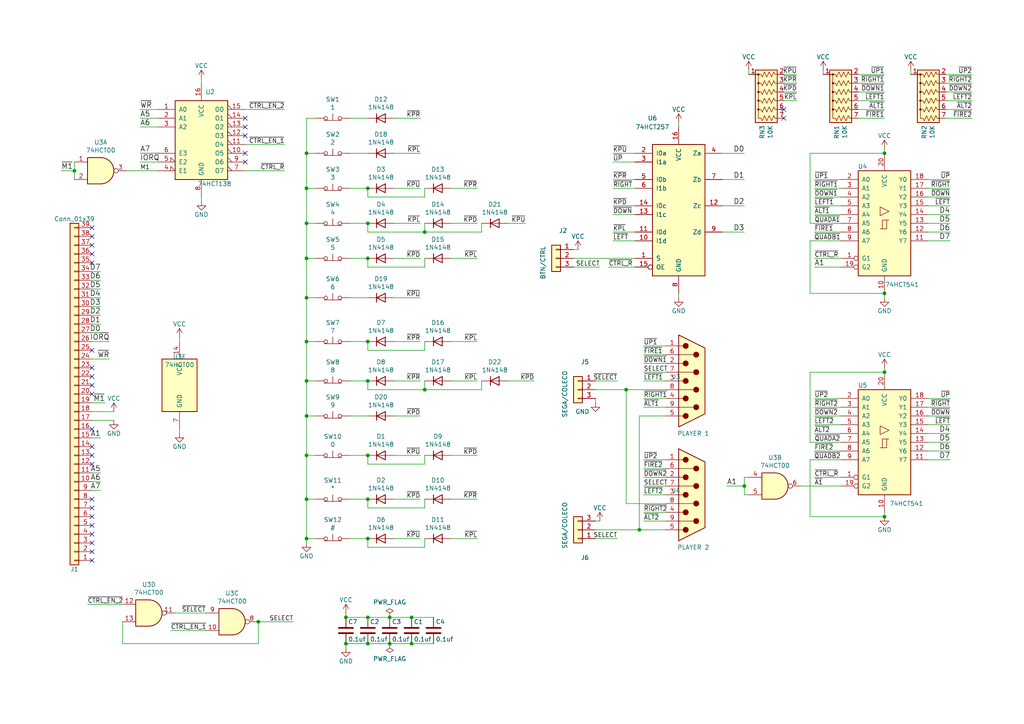
<source format=kicad_sch>
(kicad_sch (version 20211123) (generator eeschema)
  (paper "A4")
  (title_block (title "Game Controller Interface for RC2014") (date "2020-09-24") (rev "REV4") (company "J.B. Langston") (comment 1 "https://github.com/jblang/GameController"))
  (junction (at 113.03 186.69))
  (junction (at 119.38 186.69))
  (junction (at 106.68 64.77))
  (junction (at 88.9 74.93))
  (junction (at 123.19 113.03))
  (junction (at 123.19 67.31))
  (junction (at 88.9 132.08))
  (junction (at 88.9 99.06))
  (junction (at 106.68 186.69))
  (junction (at 100.33 186.69))
  (junction (at 181.61 113.03))
  (junction (at 119.38 179.07))
  (junction (at 88.9 120.65))
  (junction (at 88.9 64.77))
  (junction (at 106.68 54.61))
  (junction (at 106.68 144.78))
  (junction (at 88.9 156.21))
  (junction (at 256.54 85.09))
  (junction (at 100.33 179.07))
  (junction (at 88.9 86.36))
  (junction (at 88.9 110.49))
  (junction (at 106.68 179.07))
  (junction (at 21.59 49.53))
  (junction (at 106.68 132.08))
  (junction (at 256.54 44.45))
  (junction (at 256.54 149.86))
  (junction (at 106.68 74.93))
  (junction (at 88.9 44.45))
  (junction (at 88.9 54.61))
  (junction (at 113.03 179.07))
  (junction (at 106.68 156.21))
  (junction (at 185.42 153.67))
  (junction (at 74.93 180.34))
  (junction (at 106.68 99.06))
  (junction (at 256.54 107.95))
  (junction (at 88.9 144.78))
  (junction (at 215.9 140.97))
  (junction (at 106.68 110.49))
  (no_connect (at 71.12 44.45))
  (no_connect (at 26.67 109.22))
  (no_connect (at 26.67 154.94))
  (no_connect (at 26.67 149.86))
  (no_connect (at 26.67 157.48))
  (no_connect (at 26.67 101.6))
  (no_connect (at 26.67 66.04))
  (no_connect (at 26.67 114.3))
  (no_connect (at 26.67 106.68))
  (no_connect (at 26.67 162.56))
  (no_connect (at 26.67 71.12))
  (no_connect (at 26.67 160.02))
  (no_connect (at 26.67 132.08))
  (no_connect (at 71.12 36.83))
  (no_connect (at 26.67 152.4))
  (no_connect (at 26.67 111.76))
  (no_connect (at 227.33 31.75))
  (no_connect (at 26.67 134.62))
  (no_connect (at 26.67 73.66))
  (no_connect (at 26.67 76.2))
  (no_connect (at 227.33 34.29))
  (no_connect (at 26.67 124.46))
  (no_connect (at 71.12 34.29))
  (no_connect (at 26.67 144.78))
  (no_connect (at 26.67 129.54))
  (no_connect (at 71.12 39.37))
  (no_connect (at 26.67 68.58))
  (no_connect (at 26.67 147.32))
  (no_connect (at 71.12 46.99))
  (wire (pts (xy 172.72 113.03) (xy 181.61 113.03)))
  (wire (pts (xy 71.12 41.91) (xy 82.55 41.91)))
  (wire (pts (xy 88.9 132.08) (xy 88.9 144.78)))
  (wire (pts (xy 185.42 153.67) (xy 185.42 120.65)))
  (wire (pts (xy 185.42 120.65) (xy 193.04 120.65)))
  (wire (pts (xy 123.19 67.31) (xy 106.68 67.31)))
  (wire (pts (xy 139.7 67.31) (xy 139.7 64.77)))
  (wire (pts (xy 114.3 132.08) (xy 121.92 132.08)))
  (wire (pts (xy 26.67 99.06) (xy 31.75 99.06)))
  (wire (pts (xy 177.8 69.85) (xy 184.15 69.85)))
  (wire (pts (xy 236.22 62.23) (xy 243.84 62.23)))
  (wire (pts (xy 88.9 120.65) (xy 88.9 132.08)))
  (wire (pts (xy 26.67 93.98) (xy 29.21 93.98)))
  (wire (pts (xy 236.22 77.47) (xy 243.84 77.47)))
  (wire (pts (xy 26.67 96.52) (xy 29.21 96.52)))
  (wire (pts (xy 113.03 186.69) (xy 119.38 186.69)))
  (wire (pts (xy 26.67 139.7) (xy 29.21 139.7)))
  (wire (pts (xy 166.37 74.93) (xy 184.15 74.93)))
  (wire (pts (xy 106.68 158.75) (xy 123.19 158.75)))
  (wire (pts (xy 35.56 180.34) (xy 35.56 186.69)))
  (wire (pts (xy 234.95 133.35) (xy 243.84 133.35)))
  (wire (pts (xy 26.67 91.44) (xy 29.21 91.44)))
  (wire (pts (xy 227.33 24.13) (xy 231.14 24.13)))
  (wire (pts (xy 106.68 113.03) (xy 123.19 113.03)))
  (wire (pts (xy 130.81 132.08) (xy 138.43 132.08)))
  (wire (pts (xy 100.33 179.07) (xy 100.33 177.8)))
  (wire (pts (xy 196.85 36.83) (xy 196.85 35.56)))
  (wire (pts (xy 113.03 179.07) (xy 119.38 179.07)))
  (wire (pts (xy 130.81 144.78) (xy 138.43 144.78)))
  (wire (pts (xy 114.3 144.78) (xy 121.92 144.78)))
  (wire (pts (xy 130.81 110.49) (xy 138.43 110.49)))
  (wire (pts (xy 101.6 34.29) (xy 106.68 34.29)))
  (wire (pts (xy 186.69 143.51) (xy 193.04 143.51)))
  (wire (pts (xy 101.6 44.45) (xy 106.68 44.45)))
  (wire (pts (xy 123.19 57.15) (xy 123.19 54.61)))
  (wire (pts (xy 26.67 88.9) (xy 29.21 88.9)))
  (wire (pts (xy 248.92 31.75) (xy 256.54 31.75)))
  (wire (pts (xy 274.32 29.21) (xy 281.94 29.21)))
  (wire (pts (xy 269.24 59.69) (xy 275.59 59.69)))
  (wire (pts (xy 101.6 54.61) (xy 106.68 54.61)))
  (wire (pts (xy 123.19 77.47) (xy 123.19 74.93)))
  (wire (pts (xy 209.55 52.07) (xy 215.9 52.07)))
  (wire (pts (xy 269.24 128.27) (xy 275.59 128.27)))
  (wire (pts (xy 177.8 52.07) (xy 184.15 52.07)))
  (wire (pts (xy 106.68 99.06) (xy 106.68 101.6)))
  (wire (pts (xy 209.55 44.45) (xy 215.9 44.45)))
  (wire (pts (xy 215.9 143.51) (xy 217.17 143.51)))
  (wire (pts (xy 101.6 132.08) (xy 106.68 132.08)))
  (wire (pts (xy 52.07 125.73) (xy 52.07 124.46)))
  (wire (pts (xy 248.92 34.29) (xy 256.54 34.29)))
  (wire (pts (xy 101.6 99.06) (xy 106.68 99.06)))
  (wire (pts (xy 26.67 104.14) (xy 31.75 104.14)))
  (wire (pts (xy 26.67 81.28) (xy 29.21 81.28)))
  (wire (pts (xy 186.69 100.33) (xy 193.04 100.33)))
  (wire (pts (xy 21.59 49.53) (xy 21.59 52.07)))
  (wire (pts (xy 40.64 34.29) (xy 45.72 34.29)))
  (wire (pts (xy 176.53 77.47) (xy 184.15 77.47)))
  (wire (pts (xy 114.3 99.06) (xy 121.92 99.06)))
  (wire (pts (xy 236.22 52.07) (xy 243.84 52.07)))
  (wire (pts (xy 186.69 115.57) (xy 193.04 115.57)))
  (wire (pts (xy 217.17 20.32) (xy 217.17 21.59)))
  (wire (pts (xy 139.7 113.03) (xy 139.7 110.49)))
  (wire (pts (xy 40.64 31.75) (xy 45.72 31.75)))
  (wire (pts (xy 101.6 74.93) (xy 106.68 74.93)))
  (wire (pts (xy 269.24 57.15) (xy 275.59 57.15)))
  (wire (pts (xy 177.8 54.61) (xy 184.15 54.61)))
  (wire (pts (xy 106.68 67.31) (xy 106.68 64.77)))
  (wire (pts (xy 21.59 46.99) (xy 21.59 49.53)))
  (wire (pts (xy 172.72 110.49) (xy 179.07 110.49)))
  (wire (pts (xy 234.95 128.27) (xy 234.95 107.95)))
  (wire (pts (xy 91.44 34.29) (xy 88.9 34.29)))
  (wire (pts (xy 186.69 151.13) (xy 193.04 151.13)))
  (wire (pts (xy 210.82 140.97) (xy 215.9 140.97)))
  (wire (pts (xy 234.95 69.85) (xy 243.84 69.85)))
  (wire (pts (xy 26.67 127) (xy 29.21 127)))
  (wire (pts (xy 123.19 158.75) (xy 123.19 156.21)))
  (wire (pts (xy 232.41 140.97) (xy 243.84 140.97)))
  (wire (pts (xy 114.3 120.65) (xy 121.92 120.65)))
  (wire (pts (xy 248.92 21.59) (xy 256.54 21.59)))
  (wire (pts (xy 256.54 44.45) (xy 256.54 43.18)))
  (wire (pts (xy 50.8 177.8) (xy 59.69 177.8)))
  (wire (pts (xy 269.24 64.77) (xy 275.59 64.77)))
  (wire (pts (xy 172.72 116.84) (xy 172.72 115.57)))
  (wire (pts (xy 26.67 142.24) (xy 29.21 142.24)))
  (wire (pts (xy 91.44 86.36) (xy 88.9 86.36)))
  (wire (pts (xy 101.6 110.49) (xy 106.68 110.49)))
  (wire (pts (xy 40.64 44.45) (xy 45.72 44.45)))
  (wire (pts (xy 236.22 54.61) (xy 243.84 54.61)))
  (wire (pts (xy 106.68 179.07) (xy 113.03 179.07)))
  (wire (pts (xy 123.19 113.03) (xy 139.7 113.03)))
  (wire (pts (xy 123.19 134.62) (xy 123.19 132.08)))
  (wire (pts (xy 181.61 146.05) (xy 193.04 146.05)))
  (wire (pts (xy 269.24 120.65) (xy 275.59 120.65)))
  (wire (pts (xy 130.81 54.61) (xy 138.43 54.61)))
  (wire (pts (xy 234.95 149.86) (xy 256.54 149.86)))
  (wire (pts (xy 106.68 186.69) (xy 113.03 186.69)))
  (wire (pts (xy 91.44 64.77) (xy 88.9 64.77)))
  (wire (pts (xy 91.44 44.45) (xy 88.9 44.45)))
  (wire (pts (xy 71.12 31.75) (xy 82.55 31.75)))
  (wire (pts (xy 114.3 74.93) (xy 121.92 74.93)))
  (wire (pts (xy 123.19 113.03) (xy 123.19 110.49)))
  (wire (pts (xy 215.9 138.43) (xy 215.9 140.97)))
  (wire (pts (xy 114.3 156.21) (xy 121.92 156.21)))
  (wire (pts (xy 88.9 144.78) (xy 88.9 156.21)))
  (wire (pts (xy 186.69 135.89) (xy 193.04 135.89)))
  (wire (pts (xy 119.38 186.69) (xy 125.73 186.69)))
  (wire (pts (xy 91.44 144.78) (xy 88.9 144.78)))
  (wire (pts (xy 243.84 64.77) (xy 234.95 64.77)))
  (wire (pts (xy 100.33 179.07) (xy 106.68 179.07)))
  (wire (pts (xy 91.44 54.61) (xy 88.9 54.61)))
  (wire (pts (xy 106.68 132.08) (xy 106.68 134.62)))
  (wire (pts (xy 130.81 74.93) (xy 138.43 74.93)))
  (wire (pts (xy 256.54 149.86) (xy 256.54 148.59)))
  (wire (pts (xy 274.32 34.29) (xy 281.94 34.29)))
  (wire (pts (xy 88.9 54.61) (xy 88.9 64.77)))
  (wire (pts (xy 236.22 123.19) (xy 243.84 123.19)))
  (wire (pts (xy 101.6 86.36) (xy 106.68 86.36)))
  (wire (pts (xy 172.72 153.67) (xy 185.42 153.67)))
  (wire (pts (xy 88.9 74.93) (xy 91.44 74.93)))
  (wire (pts (xy 123.19 67.31) (xy 123.19 64.77)))
  (wire (pts (xy 238.76 20.32) (xy 238.76 21.59)))
  (wire (pts (xy 234.95 44.45) (xy 256.54 44.45)))
  (wire (pts (xy 130.81 156.21) (xy 138.43 156.21)))
  (wire (pts (xy 114.3 34.29) (xy 121.92 34.29)))
  (wire (pts (xy 269.24 118.11) (xy 275.59 118.11)))
  (wire (pts (xy 234.95 64.77) (xy 234.95 44.45)))
  (wire (pts (xy 26.67 119.38) (xy 33.02 119.38)))
  (wire (pts (xy 106.68 110.49) (xy 106.68 113.03)))
  (wire (pts (xy 209.55 67.31) (xy 215.9 67.31)))
  (wire (pts (xy 123.19 101.6) (xy 123.19 99.06)))
  (wire (pts (xy 100.33 186.69) (xy 106.68 186.69)))
  (wire (pts (xy 17.78 49.53) (xy 21.59 49.53)))
  (wire (pts (xy 106.68 134.62) (xy 123.19 134.62)))
  (wire (pts (xy 227.33 26.67) (xy 231.14 26.67)))
  (wire (pts (xy 177.8 46.99) (xy 184.15 46.99)))
  (wire (pts (xy 172.72 151.13) (xy 173.99 151.13)))
  (wire (pts (xy 91.44 156.21) (xy 88.9 156.21)))
  (wire (pts (xy 227.33 29.21) (xy 231.14 29.21)))
  (wire (pts (xy 58.42 58.42) (xy 58.42 57.15)))
  (wire (pts (xy 147.32 110.49) (xy 154.94 110.49)))
  (wire (pts (xy 35.56 175.26) (xy 25.4 175.26)))
  (wire (pts (xy 166.37 77.47) (xy 173.99 77.47)))
  (wire (pts (xy 101.6 144.78) (xy 106.68 144.78)))
  (wire (pts (xy 123.19 67.31) (xy 139.7 67.31)))
  (wire (pts (xy 130.81 64.77) (xy 138.43 64.77)))
  (wire (pts (xy 88.9 99.06) (xy 88.9 110.49)))
  (wire (pts (xy 106.68 74.93) (xy 106.68 77.47)))
  (wire (pts (xy 88.9 120.65) (xy 91.44 120.65)))
  (wire (pts (xy 269.24 67.31) (xy 275.59 67.31)))
  (wire (pts (xy 269.24 115.57) (xy 275.59 115.57)))
  (wire (pts (xy 101.6 64.77) (xy 106.68 64.77)))
  (wire (pts (xy 106.68 156.21) (xy 106.68 158.75)))
  (wire (pts (xy 130.81 99.06) (xy 138.43 99.06)))
  (wire (pts (xy 167.64 72.39) (xy 166.37 72.39)))
  (wire (pts (xy 123.19 147.32) (xy 123.19 144.78)))
  (wire (pts (xy 26.67 86.36) (xy 29.21 86.36)))
  (wire (pts (xy 264.16 21.59) (xy 264.16 20.32)))
  (wire (pts (xy 88.9 44.45) (xy 88.9 54.61)))
  (wire (pts (xy 74.93 186.69) (xy 74.93 180.34)))
  (wire (pts (xy 88.9 34.29) (xy 88.9 44.45)))
  (wire (pts (xy 227.33 21.59) (xy 231.14 21.59)))
  (wire (pts (xy 88.9 64.77) (xy 88.9 74.93)))
  (wire (pts (xy 236.22 138.43) (xy 243.84 138.43)))
  (wire (pts (xy 52.07 99.06) (xy 52.07 97.79)))
  (wire (pts (xy 274.32 24.13) (xy 281.94 24.13)))
  (wire (pts (xy 209.55 59.69) (xy 215.9 59.69)))
  (wire (pts (xy 91.44 99.06) (xy 88.9 99.06)))
  (wire (pts (xy 274.32 21.59) (xy 281.94 21.59)))
  (wire (pts (xy 248.92 29.21) (xy 256.54 29.21)))
  (wire (pts (xy 186.69 107.95) (xy 193.04 107.95)))
  (wire (pts (xy 234.95 133.35) (xy 234.95 149.86)))
  (wire (pts (xy 114.3 110.49) (xy 121.92 110.49)))
  (wire (pts (xy 186.69 110.49) (xy 193.04 110.49)))
  (wire (pts (xy 114.3 86.36) (xy 121.92 86.36)))
  (wire (pts (xy 88.9 110.49) (xy 88.9 120.65)))
  (wire (pts (xy 74.93 180.34) (xy 85.09 180.34)))
  (wire (pts (xy 269.24 133.35) (xy 275.59 133.35)))
  (wire (pts (xy 49.53 182.88) (xy 59.69 182.88)))
  (wire (pts (xy 181.61 113.03) (xy 193.04 113.03)))
  (wire (pts (xy 186.69 118.11) (xy 193.04 118.11)))
  (wire (pts (xy 114.3 54.61) (xy 121.92 54.61)))
  (wire (pts (xy 119.38 179.07) (xy 125.73 179.07)))
  (wire (pts (xy 248.92 26.67) (xy 256.54 26.67)))
  (wire (pts (xy 71.12 49.53) (xy 82.55 49.53)))
  (wire (pts (xy 236.22 125.73) (xy 243.84 125.73)))
  (wire (pts (xy 234.95 85.09) (xy 256.54 85.09)))
  (wire (pts (xy 196.85 85.09) (xy 196.85 86.36)))
  (wire (pts (xy 269.24 62.23) (xy 275.59 62.23)))
  (wire (pts (xy 91.44 132.08) (xy 88.9 132.08)))
  (wire (pts (xy 186.69 148.59) (xy 193.04 148.59)))
  (wire (pts (xy 177.8 44.45) (xy 184.15 44.45)))
  (wire (pts (xy 186.69 102.87) (xy 193.04 102.87)))
  (wire (pts (xy 243.84 128.27) (xy 234.95 128.27)))
  (wire (pts (xy 269.24 130.81) (xy 275.59 130.81)))
  (wire (pts (xy 236.22 118.11) (xy 243.84 118.11)))
  (wire (pts (xy 215.9 140.97) (xy 215.9 143.51)))
  (wire (pts (xy 101.6 156.21) (xy 106.68 156.21)))
  (wire (pts (xy 88.9 74.93) (xy 88.9 86.36)))
  (wire (pts (xy 177.8 62.23) (xy 184.15 62.23)))
  (wire (pts (xy 114.3 44.45) (xy 121.92 44.45)))
  (wire (pts (xy 256.54 107.95) (xy 256.54 106.68)))
  (wire (pts (xy 106.68 54.61) (xy 106.68 57.15)))
  (wire (pts (xy 269.24 52.07) (xy 275.59 52.07)))
  (wire (pts (xy 236.22 59.69) (xy 243.84 59.69)))
  (wire (pts (xy 26.67 116.84) (xy 30.48 116.84)))
  (wire (pts (xy 236.22 120.65) (xy 243.84 120.65)))
  (wire (pts (xy 269.24 54.61) (xy 275.59 54.61)))
  (wire (pts (xy 26.67 137.16) (xy 29.21 137.16)))
  (wire (pts (xy 269.24 69.85) (xy 275.59 69.85)))
  (wire (pts (xy 26.67 121.92) (xy 33.02 121.92)))
  (wire (pts (xy 106.68 144.78) (xy 106.68 147.32)))
  (wire (pts (xy 101.6 120.65) (xy 106.68 120.65)))
  (wire (pts (xy 40.64 36.83) (xy 45.72 36.83)))
  (wire (pts (xy 186.69 105.41) (xy 193.04 105.41)))
  (wire (pts (xy 236.22 57.15) (xy 243.84 57.15)))
  (wire (pts (xy 88.9 86.36) (xy 88.9 99.06)))
  (wire (pts (xy 217.17 138.43) (xy 215.9 138.43)))
  (wire (pts (xy 186.69 140.97) (xy 193.04 140.97)))
  (wire (pts (xy 100.33 186.69) (xy 100.33 187.96)))
  (wire (pts (xy 177.8 59.69) (xy 184.15 59.69)))
  (wire (pts (xy 181.61 113.03) (xy 181.61 146.05)))
  (wire (pts (xy 91.44 110.49) (xy 88.9 110.49)))
  (wire (pts (xy 269.24 123.19) (xy 275.59 123.19)))
  (wire (pts (xy 106.68 57.15) (xy 123.19 57.15)))
  (wire (pts (xy 45.72 46.99) (xy 40.64 46.99)))
  (wire (pts (xy 106.68 77.47) (xy 123.19 77.47)))
  (wire (pts (xy 186.69 133.35) (xy 193.04 133.35)))
  (wire (pts (xy 106.68 147.32) (xy 123.19 147.32)))
  (wire (pts (xy 114.3 64.77) (xy 121.92 64.77)))
  (wire (pts (xy 179.07 156.21) (xy 172.72 156.21)))
  (wire (pts (xy 88.9 157.48) (xy 88.9 156.21)))
  (wire (pts (xy 274.32 26.67) (xy 281.94 26.67)))
  (wire (pts (xy 177.8 67.31) (xy 184.15 67.31)))
  (wire (pts (xy 36.83 49.53) (xy 45.72 49.53)))
  (wire (pts (xy 106.68 101.6) (xy 123.19 101.6)))
  (wire (pts (xy 236.22 115.57) (xy 243.84 115.57)))
  (wire (pts (xy 26.67 78.74) (xy 29.21 78.74)))
  (wire (pts (xy 256.54 85.09) (xy 256.54 86.36)))
  (wire (pts (xy 186.69 138.43) (xy 193.04 138.43)))
  (wire (pts (xy 274.32 31.75) (xy 281.94 31.75)))
  (wire (pts (xy 234.95 107.95) (xy 256.54 107.95)))
  (wire (pts (xy 248.92 24.13) (xy 256.54 24.13)))
  (wire (pts (xy 147.32 64.77) (xy 152.4 64.77)))
  (wire (pts (xy 234.95 69.85) (xy 234.95 85.09)))
  (wire (pts (xy 26.67 83.82) (xy 29.21 83.82)))
  (wire (pts (xy 236.22 74.93) (xy 243.84 74.93)))
  (wire (pts (xy 58.42 24.13) (xy 58.42 22.86)))
  (wire (pts (xy 269.24 125.73) (xy 275.59 125.73)))
  (wire (pts (xy 236.22 67.31) (xy 243.84 67.31)))
  (wire (pts (xy 35.56 186.69) (xy 74.93 186.69)))
  (wire (pts (xy 236.22 130.81) (xy 243.84 130.81)))
  (wire (pts (xy 185.42 153.67) (xy 193.04 153.67)))
  (label "SELECT" (at 179.07 156.21 180))
  (label "SELECT" (at 186.69 107.95 0))
  (label "~{CTRL_EN_1}" (at 82.55 41.91 180))
  (label "~{CTRL_R}" (at 236.22 74.93 0))
  (label "~{KPR}" (at 121.92 99.06 180))
  (label "~{KPL}" (at 231.14 29.21 180))
  (label "D5" (at 275.59 128.27 180) (effects (font (size 1.524 1.524))))
  (label "D4" (at 275.59 125.73 180) (effects (font (size 1.524 1.524))))
  (label "~{SELECT}" (at 59.69 177.8 180))
  (label "~{FIRE1}" (at 236.22 67.31 0))
  (label "~{KPR}" (at 231.14 24.13 180))
  (label "~{FIRE2}" (at 186.69 135.89 0))
  (label "~{LEFT1}" (at 236.22 59.69 0))
  (label "A1" (at 210.82 140.97 0) (effects (font (size 1.524 1.524))))
  (label "~{UP1}" (at 236.22 52.07 0))
  (label "A1" (at 236.22 77.47 0) (effects (font (size 1.524 1.524))))
  (label "D5" (at 275.59 64.77 180) (effects (font (size 1.524 1.524))))
  (label "~{WR}" (at 31.75 104.14 180) (effects (font (size 1.524 1.524))))
  (label "~{DOWN}" (at 177.8 62.23 0))
  (label "A5" (at 40.64 34.29 0) (effects (font (size 1.524 1.524))))
  (label "A5" (at 29.21 137.16 180) (effects (font (size 1.524 1.524))))
  (label "~{RIGHT1}" (at 256.54 24.13 180))
  (label "~{QUADA2}" (at 236.22 128.27 0))
  (label "D0" (at 29.21 96.52 180) (effects (font (size 1.524 1.524))))
  (label "A6" (at 29.21 139.7 180) (effects (font (size 1.524 1.524))))
  (label "~{DOWN1}" (at 236.22 57.15 0))
  (label "~{KPU}" (at 121.92 54.61 180))
  (label "~{KPD}" (at 231.14 26.67 180))
  (label "~{ALT2}" (at 236.22 125.73 0))
  (label "~{M1}" (at 17.78 49.53 0) (effects (font (size 1.524 1.524))))
  (label "~{KPR}" (at 121.92 34.29 180))
  (label "~{A1}" (at 236.22 140.97 0))
  (label "~{LEFT2}" (at 186.69 143.51 0))
  (label "~{ALT1}" (at 236.22 62.23 0))
  (label "SELECT" (at 173.99 77.47 180))
  (label "D2" (at 215.9 59.69 180) (effects (font (size 1.524 1.524))))
  (label "~{RIGHT2}" (at 281.94 24.13 180))
  (label "~{KPR}" (at 138.43 144.78 180))
  (label "~{UP}" (at 177.8 46.99 0))
  (label "~{KPL}" (at 138.43 99.06 180))
  (label "A7" (at 29.21 142.24 180) (effects (font (size 1.524 1.524))))
  (label "~{DOWN1}" (at 256.54 26.67 180))
  (label "~{FIRE1}" (at 256.54 34.29 180))
  (label "~{LEFT1}" (at 256.54 29.21 180))
  (label "D7" (at 275.59 133.35 180) (effects (font (size 1.524 1.524))))
  (label "D7" (at 29.21 78.74 180) (effects (font (size 1.524 1.524))))
  (label "~{KPU}" (at 177.8 44.45 0))
  (label "~{FIRE2}" (at 236.22 130.81 0))
  (label "~{KPR}" (at 138.43 54.61 180))
  (label "~{UP1}" (at 256.54 21.59 180))
  (label "~{DOWN2}" (at 281.94 26.67 180))
  (label "~{KPU}" (at 152.4 64.77 180))
  (label "~{CTRL_R}" (at 82.55 49.53 180))
  (label "~{ALT1}" (at 186.69 118.11 0))
  (label "~{KPD}" (at 121.92 144.78 180))
  (label "~{KPL}" (at 138.43 74.93 180))
  (label "D7" (at 275.59 69.85 180) (effects (font (size 1.524 1.524))))
  (label "~{RIGHT1}" (at 236.22 54.61 0))
  (label "~{KPD}" (at 121.92 120.65 180))
  (label "~{KPU}" (at 121.92 132.08 180))
  (label "~{RIGHT}" (at 177.8 54.61 0))
  (label "~{M1}" (at 30.48 116.84 180) (effects (font (size 1.524 1.524))))
  (label "~{KPL}" (at 121.92 64.77 180))
  (label "~{QUADB2}" (at 243.84 133.35 180))
  (label "~{LEFT}" (at 177.8 69.85 0))
  (label "~{ALT2}" (at 186.69 151.13 0))
  (label "~{KPU}" (at 231.14 21.59 180))
  (label "~{QUADB1}" (at 243.84 69.85 180))
  (label "D2" (at 29.21 91.44 180) (effects (font (size 1.524 1.524))))
  (label "~{IORQ}" (at 31.75 99.06 180) (effects (font (size 1.524 1.524))))
  (label "D6" (at 275.59 67.31 180) (effects (font (size 1.524 1.524))))
  (label "~{UP1}" (at 186.69 100.33 0))
  (label "SELECT" (at 186.69 140.97 0))
  (label "~{KPR}" (at 121.92 110.49 180))
  (label "~{DOWN1}" (at 186.69 105.41 0))
  (label "~{KPU}" (at 121.92 156.21 180))
  (label "~{CTRL_EN_1}" (at 49.53 182.88 0))
  (label "D0" (at 215.9 44.45 180) (effects (font (size 1.524 1.524))))
  (label "~{KPL}" (at 138.43 110.49 180))
  (label "~{RIGHT2}" (at 236.22 118.11 0))
  (label "D3" (at 29.21 88.9 180) (effects (font (size 1.524 1.524))))
  (label "D4" (at 275.59 62.23 180) (effects (font (size 1.524 1.524))))
  (label "~{CTRL_EN_2}" (at 25.4 175.26 0))
  (label "~{SELECT}" (at 179.07 110.49 180))
  (label "D5" (at 29.21 83.82 180) (effects (font (size 1.524 1.524))))
  (label "~{UP2}" (at 186.69 133.35 0))
  (label "~{LEFT2}" (at 236.22 123.19 0))
  (label "SELECT" (at 85.09 180.34 180))
  (label "D1" (at 215.9 52.07 180) (effects (font (size 1.524 1.524))))
  (label "~{UP}" (at 275.59 115.57 180))
  (label "~{KPL}" (at 177.8 67.31 0))
  (label "~{ALT2}" (at 281.94 31.75 180))
  (label "~{DOWN}" (at 275.59 120.65 180))
  (label "~{LEFT2}" (at 281.94 29.21 180))
  (label "~{QUADA1}" (at 236.22 64.77 0))
  (label "~{KPL}" (at 138.43 156.21 180))
  (label "D1" (at 29.21 93.98 180) (effects (font (size 1.524 1.524))))
  (label "~{KPD}" (at 138.43 132.08 180))
  (label "~{RIGHT}" (at 275.59 118.11 180))
  (label "D4" (at 29.21 86.36 180) (effects (font (size 1.524 1.524))))
  (label "D6" (at 275.59 130.81 180) (effects (font (size 1.524 1.524))))
  (label "~{KPL}" (at 121.92 44.45 180))
  (label "~{LEFT}" (at 275.59 123.19 180))
  (label "~{UP2}" (at 281.94 21.59 180))
  (label "A1" (at 29.21 127 180) (effects (font (size 1.524 1.524))))
  (label "~{LEFT1}" (at 186.69 110.49 0))
  (label "~{UP2}" (at 236.22 115.57 0))
  (label "~{RIGHT}" (at 275.59 54.61 180))
  (label "~{RIGHT2}" (at 186.69 148.59 0))
  (label "~{KPR}" (at 177.8 52.07 0))
  (label "~{KPD}" (at 121.92 74.93 180))
  (label "D6" (at 29.21 81.28 180) (effects (font (size 1.524 1.524))))
  (label "D3" (at 215.9 67.31 180) (effects (font (size 1.524 1.524))))
  (label "~{IORQ}" (at 40.64 46.99 0) (effects (font (size 1.524 1.524))))
  (label "~{RIGHT1}" (at 186.69 115.57 0))
  (label "~{FIRE1}" (at 186.69 102.87 0))
  (label "~{DOWN2}" (at 236.22 120.65 0))
  (label "~{KPD}" (at 154.94 110.49 180))
  (label "A7" (at 40.64 44.45 0) (effects (font (size 1.524 1.524))))
  (label "A6" (at 40.64 36.83 0) (effects (font (size 1.524 1.524))))
  (label "~{UP}" (at 275.59 52.07 180))
  (label "~{KPU}" (at 121.92 86.36 180))
  (label "~{CTRL_R}" (at 236.22 138.43 0))
  (label "~{ALT1}" (at 256.54 31.75 180))
  (label "~{DOWN2}" (at 186.69 138.43 0))
  (label "~{KPD}" (at 177.8 59.69 0))
  (label "~{CTRL_R}" (at 176.53 77.47 0))
  (label "M1" (at 40.64 49.53 0))
  (label "~{LEFT}" (at 275.59 59.69 180))
  (label "~{KPD}" (at 138.43 64.77 180))
  (label "~{FIRE2}" (at 281.94 34.29 180))
  (label "~{WR}" (at 40.64 31.75 0) (effects (font (size 1.524 1.524))))
  (label "~{CTRL_EN_2}" (at 82.55 31.75 180))
  (label "~{DOWN}" (at 275.59 57.15 180))
  (symbol (lib_id "Connector_Generic:Conn_01x39") (at 21.59 114.3 180) (unit 1)
    (property "Reference" "J1" (at 21.59 165.1 0))
    (property "Value" "Conn_01x39" (at 21.59 63.5 0))
    (property "Footprint" "Connector_PinHeader_2.54mm:PinHeader_1x39_P2.54mm_Vertical" (effects hide))
  )
  (symbol (lib_id "Device:C") (at 100.33 182.88 0) (unit 1)
    (property "Reference" "C7" (at 100.965 180.34 0) (effects (justify left)))
    (property "Value" "0.1uf" (at 100.965 185.42 0) (effects (justify left)))
    (property "Footprint" "Capacitor_THT:C_Disc_D3.0mm_W1.6mm_P2.50mm" (effects hide))
  )
  (symbol (lib_id "power:GND") (at 100.33 187.96 0) (unit 1)
    (property "Reference" "#PWR08" (effects hide))
    (property "Value" "GND" (at 100.33 191.77 0))
  )
  (symbol (lib_id "74xx:74LS138") (at 58.42 39.37 0) (unit 1)
    (property "Reference" "U2" (at 60.96 26.67 0))
    (property "Value" "74HCT138" (at 62.23 53.3146 0))
    (property "Footprint" "Package_DIP:DIP-16_W7.62mm_Socket" (effects hide))
  )
  (symbol (lib_id "74xx:74HCT541") (at 256.54 128.27 0) (unit 1)
    (property "Reference" "U5" (at 250.19 111.76 0))
    (property "Value" "74HCT541" (at 262.89 146.05 0))
    (property "Footprint" "Package_DIP:DIP-20_W7.62mm_Socket" (effects hide))
    (property "Datasheet" "http://www.ti.com/lit/gpn/sn74HCT541" (effects hide))
  )
  (symbol (lib_id "74xx:74HCT541") (at 256.54 64.77 0) (unit 1)
    (property "Reference" "U4" (at 250.19 48.26 0))
    (property "Value" "74HCT541" (at 261.62 82.55 0))
    (property "Footprint" "Package_DIP:DIP-20_W7.62mm_Socket" (effects hide))
    (property "Datasheet" "http://www.ti.com/lit/gpn/sn74HCT541" (effects hide))
  )
  (symbol (lib_id "74xx:74HCT00") (at 29.21 49.53 0) (unit 1)
    (property "Reference" "U3" (at 29.21 41.275 0))
    (property "Value" "74HCT00" (at 29.21 43.5864 0))
    (property "Footprint" "Package_DIP:DIP-14_W7.62mm_Socket" (effects hide))
    (property "Datasheet" "http://www.ti.com/lit/gpn/sn74hct00" (effects hide))
  )
  (symbol (lib_id "74xx:74HCT00") (at 224.79 140.97 0) (unit 2)
    (property "Reference" "U3" (at 224.79 132.715 0))
    (property "Value" "74HCT00" (at 224.79 135.0264 0))
    (property "Footprint" "Package_DIP:DIP-14_W7.62mm_Socket" (effects hide))
    (property "Datasheet" "http://www.ti.com/lit/gpn/sn74hct00" (effects hide))
  )
  (symbol (lib_id "74xx:74HCT00") (at 67.31 180.34 0) (unit 3)
    (property "Reference" "U3" (at 67.31 172.085 0))
    (property "Value" "74HCT00" (at 67.31 174.3964 0))
    (property "Footprint" "Package_DIP:DIP-14_W7.62mm_Socket" (effects hide))
    (property "Datasheet" "http://www.ti.com/lit/gpn/sn74hct00" (effects hide))
  )
  (symbol (lib_id "Device:C") (at 106.68 182.88 0) (unit 1)
    (property "Reference" "C2" (at 107.315 180.34 0) (effects (justify left)))
    (property "Value" "0.1uf" (at 107.315 185.42 0) (effects (justify left)))
    (property "Footprint" "Capacitor_THT:C_Disc_D3.0mm_W1.6mm_P2.50mm" (effects hide))
  )
  (symbol (lib_id "Device:C") (at 113.03 182.88 0) (unit 1)
    (property "Reference" "C3" (at 113.665 180.34 0) (effects (justify left)))
    (property "Value" "0.1uf" (at 113.665 185.42 0) (effects (justify left)))
    (property "Footprint" "Capacitor_THT:C_Disc_D3.0mm_W1.6mm_P2.50mm" (effects hide))
  )
  (symbol (lib_id "Switch:SW_Push_Open") (at 96.52 34.29 0) (unit 1)
    (property "Reference" "SW1" (at 96.52 28.829 0))
    (property "Value" "1" (at 96.52 31.1404 0))
    (property "Footprint" "Button_Switch_THT:SW_PUSH_6mm_H4.3mm" (effects hide))
  )
  (symbol (lib_id "Switch:SW_Push_Open") (at 96.52 44.45 0) (unit 1)
    (property "Reference" "SW2" (at 96.52 38.989 0))
    (property "Value" "2" (at 96.52 41.3004 0))
    (property "Footprint" "Button_Switch_THT:SW_PUSH_6mm_H4.3mm" (effects hide))
  )
  (symbol (lib_id "Switch:SW_Push_Open") (at 96.52 64.77 0) (unit 1)
    (property "Reference" "SW4" (at 96.52 59.309 0))
    (property "Value" "4" (at 96.52 61.6204 0))
    (property "Footprint" "Button_Switch_THT:SW_PUSH_6mm_H4.3mm" (effects hide))
  )
  (symbol (lib_id "Switch:SW_Push_Open") (at 96.52 74.93 0) (unit 1)
    (property "Reference" "SW5" (at 96.52 69.469 0))
    (property "Value" "5" (at 96.52 71.7804 0))
    (property "Footprint" "Button_Switch_THT:SW_PUSH_6mm_H4.3mm" (effects hide))
  )
  (symbol (lib_id "Switch:SW_Push_Open") (at 96.52 86.36 0) (unit 1)
    (property "Reference" "SW6" (at 96.52 80.899 0))
    (property "Value" "6" (at 96.52 83.2104 0))
    (property "Footprint" "Button_Switch_THT:SW_PUSH_6mm_H4.3mm" (effects hide))
  )
  (symbol (lib_id "Switch:SW_Push_Open") (at 96.52 99.06 0) (unit 1)
    (property "Reference" "SW7" (at 96.52 93.599 0))
    (property "Value" "7" (at 96.52 95.9104 0))
    (property "Footprint" "Button_Switch_THT:SW_PUSH_6mm_H4.3mm" (effects hide))
  )
  (symbol (lib_id "Switch:SW_Push_Open") (at 96.52 110.49 0) (unit 1)
    (property "Reference" "SW8" (at 96.52 105.029 0))
    (property "Value" "8" (at 96.52 107.3404 0))
    (property "Footprint" "Button_Switch_THT:SW_PUSH_6mm_H4.3mm" (effects hide))
  )
  (symbol (lib_id "power:GND") (at 88.9 157.48 0) (unit 1)
    (property "Reference" "#PWR0111" (effects hide))
    (property "Value" "GND" (at 88.9 161.29 0))
  )
  (symbol (lib_id "Diode:1N4148") (at 110.49 54.61 0) (unit 1)
    (property "Reference" "D3" (at 110.49 49.1236 0))
    (property "Value" "1N4148" (at 110.49 51.435 0))
    (property "Footprint" "Diode_THT:D_DO-35_SOD27_P7.62mm_Horizontal" (effects hide))
    (property "Datasheet" "http://www.nxp.com/documents/data_sheet/1N4148_1N4448.pdf" (effects hide))
  )
  (symbol (lib_id "Diode:1N4148") (at 110.49 64.77 0) (unit 1)
    (property "Reference" "D4" (at 110.49 59.2836 0))
    (property "Value" "1N4148" (at 110.49 61.595 0))
    (property "Footprint" "Diode_THT:D_DO-35_SOD27_P7.62mm_Horizontal" (effects hide))
    (property "Datasheet" "http://www.nxp.com/documents/data_sheet/1N4148_1N4448.pdf" (effects hide))
  )
  (symbol (lib_id "Diode:1N4148") (at 127 54.61 0) (unit 1)
    (property "Reference" "D13" (at 127 49.1236 0))
    (property "Value" "1N4148" (at 127 51.435 0))
    (property "Footprint" "Diode_THT:D_DO-35_SOD27_P7.62mm_Horizontal" (effects hide))
    (property "Datasheet" "http://www.nxp.com/documents/data_sheet/1N4148_1N4448.pdf" (effects hide))
  )
  (symbol (lib_id "Diode:1N4148") (at 127 64.77 0) (unit 1)
    (property "Reference" "D14" (at 127 59.2836 0))
    (property "Value" "1N4148" (at 127 61.595 0))
    (property "Footprint" "Diode_THT:D_DO-35_SOD27_P7.62mm_Horizontal" (effects hide))
    (property "Datasheet" "http://www.nxp.com/documents/data_sheet/1N4148_1N4448.pdf" (effects hide))
  )
  (symbol (lib_id "Diode:1N4148") (at 143.51 64.77 0) (unit 1)
    (property "Reference" "D21" (at 143.51 59.2836 0))
    (property "Value" "1N4148" (at 143.51 61.595 0))
    (property "Footprint" "Diode_THT:D_DO-35_SOD27_P7.62mm_Horizontal" (effects hide))
    (property "Datasheet" "http://www.nxp.com/documents/data_sheet/1N4148_1N4448.pdf" (effects hide))
  )
  (symbol (lib_id "Diode:1N4148") (at 110.49 74.93 0) (unit 1)
    (property "Reference" "D5" (at 110.49 69.4436 0))
    (property "Value" "1N4148" (at 110.49 71.755 0))
    (property "Footprint" "Diode_THT:D_DO-35_SOD27_P7.62mm_Horizontal" (effects hide))
    (property "Datasheet" "http://www.nxp.com/documents/data_sheet/1N4148_1N4448.pdf" (effects hide))
  )
  (symbol (lib_id "Diode:1N4148") (at 127 74.93 0) (unit 1)
    (property "Reference" "D15" (at 127 69.4436 0))
    (property "Value" "1N4148" (at 127 71.755 0))
    (property "Footprint" "Diode_THT:D_DO-35_SOD27_P7.62mm_Horizontal" (effects hide))
    (property "Datasheet" "http://www.nxp.com/documents/data_sheet/1N4148_1N4448.pdf" (effects hide))
  )
  (symbol (lib_id "Diode:1N4148") (at 110.49 110.49 0) (unit 1)
    (property "Reference" "D8" (at 110.49 105.0036 0))
    (property "Value" "1N4148" (at 110.49 107.315 0))
    (property "Footprint" "Diode_THT:D_DO-35_SOD27_P7.62mm_Horizontal" (effects hide))
    (property "Datasheet" "http://www.nxp.com/documents/data_sheet/1N4148_1N4448.pdf" (effects hide))
  )
  (symbol (lib_id "Diode:1N4148") (at 127 110.49 0) (unit 1)
    (property "Reference" "D17" (at 127 105.0036 0))
    (property "Value" "1N4148" (at 127 107.315 0))
    (property "Footprint" "Diode_THT:D_DO-35_SOD27_P7.62mm_Horizontal" (effects hide))
    (property "Datasheet" "http://www.nxp.com/documents/data_sheet/1N4148_1N4448.pdf" (effects hide))
  )
  (symbol (lib_id "Diode:1N4148") (at 143.51 110.49 0) (unit 1)
    (property "Reference" "D22" (at 143.51 105.0036 0))
    (property "Value" "1N4148" (at 143.51 107.315 0))
    (property "Footprint" "Diode_THT:D_DO-35_SOD27_P7.62mm_Horizontal" (effects hide))
    (property "Datasheet" "http://www.nxp.com/documents/data_sheet/1N4148_1N4448.pdf" (effects hide))
  )
  (symbol (lib_id "Device:R_Network06_US") (at 269.24 29.21 90) (mirror x) (unit 1)
    (property "Reference" "RN2" (at 268.0716 36.322 0) (effects (justify left)))
    (property "Value" "10K" (at 270.383 36.322 0) (effects (justify left)))
    (property "Footprint" "Resistor_THT:R_Array_SIP7" (effects hide))
    (property "Datasheet" "http://www.vishay.com/docs/31509/csc.pdf" (effects hide))
  )
  (symbol (lib_id "Switch:SW_Push_Open") (at 96.52 54.61 0) (unit 1)
    (property "Reference" "SW3" (at 96.52 49.149 0))
    (property "Value" "3" (at 96.52 51.4604 0))
    (property "Footprint" "Button_Switch_THT:SW_PUSH_6mm_H4.3mm" (effects hide))
  )
  (symbol (lib_id "Diode:1N4148") (at 110.49 34.29 0) (unit 1)
    (property "Reference" "D12" (at 110.49 28.8036 0))
    (property "Value" "1N4148" (at 110.49 31.115 0))
    (property "Footprint" "Diode_THT:D_DO-35_SOD27_P7.62mm_Horizontal" (effects hide))
    (property "Datasheet" "http://www.nxp.com/documents/data_sheet/1N4148_1N4448.pdf" (effects hide))
  )
  (symbol (lib_id "Diode:1N4148") (at 110.49 86.36 0) (unit 1)
    (property "Reference" "D19" (at 110.49 80.8736 0))
    (property "Value" "1N4148" (at 110.49 83.185 0))
    (property "Footprint" "Diode_THT:D_DO-35_SOD27_P7.62mm_Horizontal" (effects hide))
    (property "Datasheet" "http://www.nxp.com/documents/data_sheet/1N4148_1N4448.pdf" (effects hide))
  )
  (symbol (lib_id "Diode:1N4148") (at 110.49 120.65 0) (unit 1)
    (property "Reference" "D20" (at 110.49 115.1636 0))
    (property "Value" "1N4148" (at 110.49 117.475 0))
    (property "Footprint" "Diode_THT:D_DO-35_SOD27_P7.62mm_Horizontal" (effects hide))
    (property "Datasheet" "http://www.nxp.com/documents/data_sheet/1N4148_1N4448.pdf" (effects hide))
  )
  (symbol (lib_id "Diode:1N4148") (at 110.49 44.45 0) (unit 1)
    (property "Reference" "D18" (at 110.49 38.9636 0))
    (property "Value" "1N4148" (at 110.49 41.275 0))
    (property "Footprint" "Diode_THT:D_DO-35_SOD27_P7.62mm_Horizontal" (effects hide))
    (property "Datasheet" "http://www.nxp.com/documents/data_sheet/1N4148_1N4448.pdf" (effects hide))
  )
  (symbol (lib_id "Device:C") (at 119.38 182.88 0) (unit 1)
    (property "Reference" "C1" (at 120.015 180.34 0) (effects (justify left)))
    (property "Value" "0.1uf" (at 120.015 185.42 0) (effects (justify left)))
    (property "Footprint" "Capacitor_THT:C_Disc_D3.0mm_W1.6mm_P2.50mm" (effects hide))
  )
  (symbol (lib_id "Device:C") (at 125.73 182.88 0) (unit 1)
    (property "Reference" "C4" (at 126.365 180.34 0) (effects (justify left)))
    (property "Value" "0.1uf" (at 126.365 185.42 0) (effects (justify left)))
    (property "Footprint" "Capacitor_THT:C_Disc_D3.0mm_W1.6mm_P2.50mm" (effects hide))
  )
  (symbol (lib_id "power:GND") (at 58.42 58.42 0) (unit 1)
    (property "Reference" "#PWR0102" (effects hide))
    (property "Value" "GND" (at 58.42 62.23 0))
  )
  (symbol (lib_id "power:VCC") (at 58.42 22.86 0) (unit 1)
    (property "Reference" "#PWR0110" (effects hide))
    (property "Value" "VCC" (at 58.42 19.05 0))
  )
  (symbol (lib_id "Device:R_Network06_US") (at 243.84 29.21 90) (mirror x) (unit 1)
    (property "Reference" "RN1" (at 242.6716 36.322 0) (effects (justify left)))
    (property "Value" "10K" (at 244.983 36.322 0) (effects (justify left)))
    (property "Footprint" "Resistor_THT:R_Array_SIP7" (effects hide))
    (property "Datasheet" "http://www.vishay.com/docs/31509/csc.pdf" (effects hide))
  )
  (symbol (lib_id "Connector_Generic:Conn_01x03") (at 161.29 74.93 0) (mirror y) (unit 1)
    (property "Reference" "J2" (at 163.322 66.8782 0))
    (property "Value" "BTN/CTRL" (at 157.48 76.2 90))
    (property "Footprint" "Connector_PinHeader_2.54mm:PinHeader_1x03_P2.54mm_Vertical" (effects hide))
  )
  (symbol (lib_id "power:VCC") (at 167.64 72.39 0) (mirror y) (unit 1)
    (property "Reference" "#PWR0104" (effects hide))
    (property "Value" "VCC" (at 167.64 68.58 0))
  )
  (symbol (lib_id "power:VCC") (at 100.33 177.8 0) (unit 1)
    (property "Reference" "#PWR0101" (effects hide))
    (property "Value" "VCC" (at 100.33 173.99 0))
  )
  (symbol (lib_id "power:VCC") (at 238.76 20.32 0) (unit 1)
    (property "Reference" "#PWR0119" (effects hide))
    (property "Value" "VCC" (at 238.76 16.51 0))
  )
  (symbol (lib_id "Connector_Generic:Conn_01x03") (at 167.64 113.03 0) (mirror y) (unit 1)
    (property "Reference" "J5" (at 169.672 104.9782 0))
    (property "Value" "SEGA/COLECO" (at 163.83 114.3 90))
    (property "Footprint" "Connector_PinHeader_2.54mm:PinHeader_1x03_P2.54mm_Vertical" (effects hide))
  )
  (symbol (lib_id "Connector_Generic:Conn_01x03") (at 167.64 153.67 180) (unit 1)
    (property "Reference" "J6" (at 169.672 161.7218 0))
    (property "Value" "SEGA/COLECO" (at 163.83 152.4 90))
    (property "Footprint" "Connector_PinHeader_2.54mm:PinHeader_1x03_P2.54mm_Vertical" (effects hide))
  )
  (symbol (lib_id "Diode:1N4148") (at 110.49 99.06 0) (unit 1)
    (property "Reference" "D7" (at 110.49 93.5736 0))
    (property "Value" "1N4148" (at 110.49 95.885 0))
    (property "Footprint" "Diode_THT:D_DO-35_SOD27_P7.62mm_Horizontal" (effects hide))
    (property "Datasheet" "http://www.nxp.com/documents/data_sheet/1N4148_1N4448.pdf" (effects hide))
  )
  (symbol (lib_id "Diode:1N4148") (at 127 99.06 0) (unit 1)
    (property "Reference" "D16" (at 127 93.5736 0))
    (property "Value" "1N4148" (at 127 95.885 0))
    (property "Footprint" "Diode_THT:D_DO-35_SOD27_P7.62mm_Horizontal" (effects hide))
    (property "Datasheet" "http://www.nxp.com/documents/data_sheet/1N4148_1N4448.pdf" (effects hide))
  )
  (symbol (lib_id "power:PWR_FLAG") (at 113.03 179.07 0) (unit 1)
    (property "Reference" "#FLG0101" (effects hide))
    (property "Value" "PWR_FLAG" (at 113.03 174.6504 0))
  )
  (symbol (lib_id "power:PWR_FLAG") (at 113.03 186.69 180) (unit 1)
    (property "Reference" "#FLG0102" (effects hide))
    (property "Value" "PWR_FLAG" (at 113.03 191.0842 0))
  )
  (symbol (lib_id "Connector:DB9_Male") (at 200.66 110.49 0) (mirror x) (unit 1)
    (property "Reference" "J3" (at 197.358 109.3216 0) (effects (justify right)))
    (property "Value" "PLAYER 1" (at 205.74 125.73 0) (effects (justify right)))
    (property "Footprint" "182-009-213R561:NORCOMP_182-009-113R561" (effects hide))
    (property "Datasheet" "Unavailable" (effects hide))
    (property "Field4" "None" (effects hide))
    (property "Field5" "NorComp Inc." (effects hide))
    (property "Field6" "182 Series 9 Position Right Angle Socket Board Mount D-Sub Connector" (effects hide))
    (property "Field7" "182-009-213R561" (effects hide))
    (property "Field8" "None" (effects hide))
  )
  (symbol (lib_id "74xx:74HCT00") (at 43.18 177.8 0) (unit 4)
    (property "Reference" "U3" (at 43.18 169.545 0))
    (property "Value" "74HCT00" (at 43.18 171.8564 0))
    (property "Footprint" "Package_DIP:DIP-14_W7.62mm_Socket" (effects hide))
    (property "Datasheet" "http://www.ti.com/lit/gpn/sn74hct00" (effects hide))
  )
  (symbol (lib_id "power:GND") (at 33.02 121.92 0) (unit 1)
    (property "Reference" "#PWR0103" (effects hide))
    (property "Value" "GND" (at 33.02 125.73 0))
  )
  (symbol (lib_id "power:VCC") (at 33.02 119.38 0) (unit 1)
    (property "Reference" "#PWR0112" (effects hide))
    (property "Value" "VCC" (at 33.02 115.57 0))
  )
  (symbol (lib_id "Connector:DB9_Male") (at 200.66 143.51 0) (mirror x) (unit 1)
    (property "Reference" "J4" (at 197.358 142.3416 0) (effects (justify right)))
    (property "Value" "PLAYER 2" (at 205.74 158.75 0) (effects (justify right)))
    (property "Footprint" "182-009-213R561:NORCOMP_182-009-113R561" (effects hide))
    (property "Datasheet" "Unavailable" (effects hide))
    (property "Field4" "None" (effects hide))
    (property "Field5" "NorComp Inc." (effects hide))
    (property "Field6" "182 Series 9 Position Right Angle Socket Board Mount D-Sub Connector" (effects hide))
    (property "Field7" "182-009-213R561" (effects hide))
    (property "Field8" "None" (effects hide))
  )
  (symbol (lib_id "74xx:74HCT00") (at 52.07 111.76 0) (unit 5)
    (property "Reference" "U3" (at 52.07 103.505 0))
    (property "Value" "74HCT00" (at 52.07 105.8164 0))
    (property "Footprint" "Package_DIP:DIP-14_W7.62mm_Socket" (effects hide))
    (property "Datasheet" "http://www.ti.com/lit/gpn/sn74hct00" (effects hide))
  )
  (symbol (lib_id "power:VCC") (at 52.07 97.79 0) (unit 1)
    (property "Reference" "#PWR0113" (effects hide))
    (property "Value" "VCC" (at 52.07 93.98 0))
  )
  (symbol (lib_id "power:GND") (at 52.07 125.73 0) (unit 1)
    (property "Reference" "#PWR0114" (effects hide))
    (property "Value" "GND" (at 52.07 129.54 0))
  )
  (symbol (lib_id "power:GND") (at 256.54 86.36 0) (unit 1)
    (property "Reference" "#PWR0115" (effects hide))
    (property "Value" "GND" (at 256.54 90.17 0))
  )
  (symbol (lib_id "power:GND") (at 256.54 149.86 0) (unit 1)
    (property "Reference" "#PWR0116" (effects hide))
    (property "Value" "GND" (at 256.54 153.67 0))
  )
  (symbol (lib_id "power:VCC") (at 256.54 43.18 0) (unit 1)
    (property "Reference" "#PWR0117" (effects hide))
    (property "Value" "VCC" (at 256.54 39.37 0))
  )
  (symbol (lib_id "power:VCC") (at 256.54 106.68 0) (unit 1)
    (property "Reference" "#PWR0118" (effects hide))
    (property "Value" "VCC" (at 256.54 102.87 0))
  )
  (symbol (lib_id "74xx:74LS257") (at 196.85 59.69 0) (unit 1)
    (property "Reference" "U6" (at 189.23 34.29 0))
    (property "Value" "74HCT257" (at 189.23 36.83 0))
    (property "Footprint" "Package_DIP:DIP-16_W7.62mm_Socket" (effects hide))
    (property "Datasheet" "http://www.ti.com/lit/gpn/sn74LS258" (effects hide))
  )
  (symbol (lib_id "power:VCC") (at 264.16 20.32 0) (unit 1)
    (property "Reference" "#PWR0108" (effects hide))
    (property "Value" "VCC" (at 264.16 16.51 0))
  )
  (symbol (lib_id "Device:R_Network06_US") (at 222.25 29.21 90) (mirror x) (unit 1)
    (property "Reference" "RN3" (at 221.0816 36.322 0) (effects (justify left)))
    (property "Value" "10K" (at 223.393 36.322 0) (effects (justify left)))
    (property "Footprint" "Resistor_THT:R_Array_SIP7" (effects hide))
    (property "Datasheet" "http://www.vishay.com/docs/31509/csc.pdf" (effects hide))
  )
  (symbol (lib_id "power:VCC") (at 217.17 20.32 0) (unit 1)
    (property "Reference" "#PWR0120" (effects hide))
    (property "Value" "VCC" (at 217.17 16.51 0))
  )
  (symbol (lib_id "power:VCC") (at 196.85 35.56 0) (unit 1)
    (property "Reference" "#PWR0121" (effects hide))
    (property "Value" "VCC" (at 196.85 31.75 0))
  )
  (symbol (lib_id "power:GND") (at 196.85 86.36 0) (unit 1)
    (property "Reference" "#PWR0122" (effects hide))
    (property "Value" "GND" (at 196.85 90.17 0))
  )
  (symbol (lib_id "Switch:SW_Push_Open") (at 96.52 120.65 0) (unit 1)
    (property "Reference" "SW9" (at 96.52 115.189 0))
    (property "Value" "9" (at 96.52 117.5004 0))
    (property "Footprint" "Button_Switch_THT:SW_PUSH_6mm_H4.3mm" (effects hide))
  )
  (symbol (lib_id "Switch:SW_Push_Open") (at 96.52 132.08 0) (unit 1)
    (property "Reference" "SW10" (at 96.52 126.619 0))
    (property "Value" "0" (at 96.52 128.9304 0))
    (property "Footprint" "Button_Switch_THT:SW_PUSH_6mm_H4.3mm" (effects hide))
  )
  (symbol (lib_id "Switch:SW_Push_Open") (at 96.52 144.78 0) (unit 1)
    (property "Reference" "SW11" (at 96.52 139.319 0))
    (property "Value" "*" (at 96.52 141.6304 0))
    (property "Footprint" "Button_Switch_THT:SW_PUSH_6mm_H4.3mm" (effects hide))
  )
  (symbol (lib_id "Switch:SW_Push_Open") (at 96.52 156.21 0) (unit 1)
    (property "Reference" "SW12" (at 96.52 150.749 0))
    (property "Value" "#" (at 96.52 153.0604 0))
    (property "Footprint" "Button_Switch_THT:SW_PUSH_6mm_H4.3mm" (effects hide))
  )
  (symbol (lib_id "Diode:1N4148") (at 110.49 132.08 0) (unit 1)
    (property "Reference" "D1" (at 110.49 126.5936 0))
    (property "Value" "1N4148" (at 110.49 128.905 0))
    (property "Footprint" "Diode_THT:D_DO-35_SOD27_P7.62mm_Horizontal" (effects hide))
    (property "Datasheet" "http://www.nxp.com/documents/data_sheet/1N4148_1N4448.pdf" (effects hide))
  )
  (symbol (lib_id "Diode:1N4148") (at 127 132.08 0) (unit 1)
    (property "Reference" "D9" (at 127 126.5936 0))
    (property "Value" "1N4148" (at 127 128.905 0))
    (property "Footprint" "Diode_THT:D_DO-35_SOD27_P7.62mm_Horizontal" (effects hide))
    (property "Datasheet" "http://www.nxp.com/documents/data_sheet/1N4148_1N4448.pdf" (effects hide))
  )
  (symbol (lib_id "Diode:1N4148") (at 110.49 144.78 0) (unit 1)
    (property "Reference" "D2" (at 110.49 139.2936 0))
    (property "Value" "1N4148" (at 110.49 141.605 0))
    (property "Footprint" "Diode_THT:D_DO-35_SOD27_P7.62mm_Horizontal" (effects hide))
    (property "Datasheet" "http://www.nxp.com/documents/data_sheet/1N4148_1N4448.pdf" (effects hide))
  )
  (symbol (lib_id "Diode:1N4148") (at 127 144.78 0) (unit 1)
    (property "Reference" "D10" (at 127 139.2936 0))
    (property "Value" "1N4148" (at 127 141.605 0))
    (property "Footprint" "Diode_THT:D_DO-35_SOD27_P7.62mm_Horizontal" (effects hide))
    (property "Datasheet" "http://www.nxp.com/documents/data_sheet/1N4148_1N4448.pdf" (effects hide))
  )
  (symbol (lib_id "Diode:1N4148") (at 110.49 156.21 0) (unit 1)
    (property "Reference" "D6" (at 110.49 150.7236 0))
    (property "Value" "1N4148" (at 110.49 153.035 0))
    (property "Footprint" "Diode_THT:D_DO-35_SOD27_P7.62mm_Horizontal" (effects hide))
    (property "Datasheet" "http://www.nxp.com/documents/data_sheet/1N4148_1N4448.pdf" (effects hide))
  )
  (symbol (lib_id "Diode:1N4148") (at 127 156.21 0) (unit 1)
    (property "Reference" "D11" (at 127 150.7236 0))
    (property "Value" "1N4148" (at 127 153.035 0))
    (property "Footprint" "Diode_THT:D_DO-35_SOD27_P7.62mm_Horizontal" (effects hide))
    (property "Datasheet" "http://www.nxp.com/documents/data_sheet/1N4148_1N4448.pdf" (effects hide))
  )
  (symbol (lib_id "power:GND") (at 172.72 116.84 0) (mirror y) (unit 1)
    (property "Reference" "#PWR0107" (effects hide))
    (property "Value" "GND" (at 168.91 119.38 0))
  )
  (symbol (lib_id "power:VCC") (at 173.99 151.13 0) (unit 1)
    (property "Reference" "#PWR0109" (effects hide))
    (property "Value" "VCC" (at 173.99 147.32 0))
  )
)
</source>
